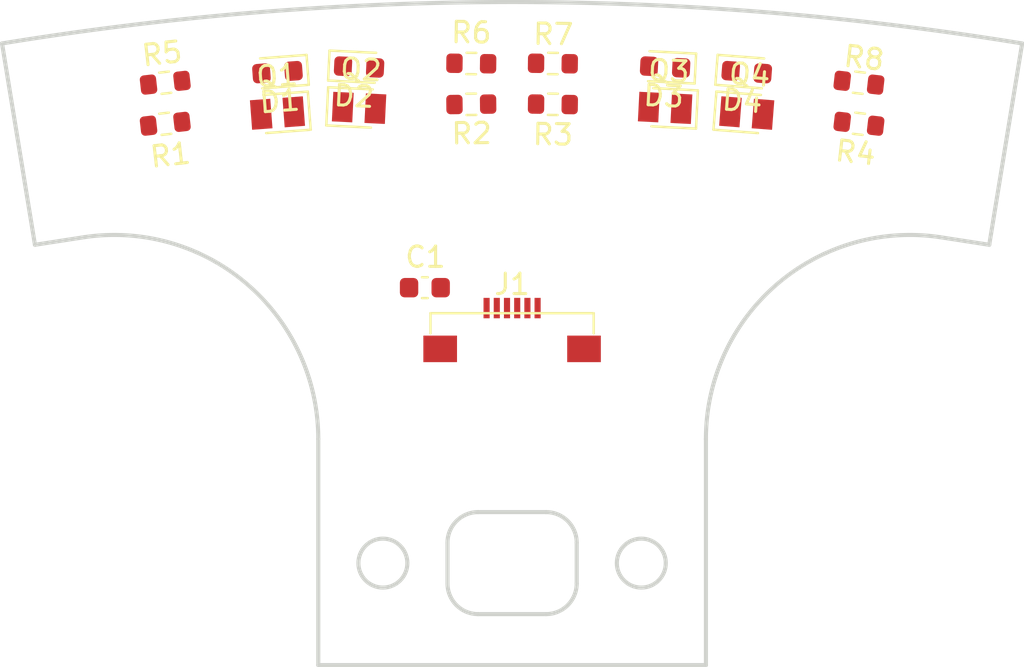
<source format=kicad_pcb>
(kicad_pcb (version 20171130) (host pcbnew "(5.1.10)-1")

  (general
    (thickness 1.6)
    (drawings 20)
    (tracks 0)
    (zones 0)
    (modules 18)
    (nets 11)
  )

  (page A4)
  (layers
    (0 F.Cu signal)
    (31 B.Cu signal)
    (32 B.Adhes user hide)
    (33 F.Adhes user hide)
    (34 B.Paste user)
    (35 F.Paste user)
    (36 B.SilkS user)
    (37 F.SilkS user)
    (38 B.Mask user)
    (39 F.Mask user)
    (40 Dwgs.User user)
    (41 Cmts.User user hide)
    (42 Eco1.User user hide)
    (43 Eco2.User user hide)
    (44 Edge.Cuts user)
    (45 Margin user hide)
    (46 B.CrtYd user hide)
    (47 F.CrtYd user hide)
    (48 B.Fab user hide)
    (49 F.Fab user hide)
  )

  (setup
    (last_trace_width 0.25)
    (user_trace_width 0.3)
    (user_trace_width 0.5)
    (trace_clearance 0.2)
    (zone_clearance 0.508)
    (zone_45_only no)
    (trace_min 0.2)
    (via_size 0.8)
    (via_drill 0.4)
    (via_min_size 0.6)
    (via_min_drill 0.3)
    (uvia_size 0.3)
    (uvia_drill 0.1)
    (uvias_allowed no)
    (uvia_min_size 0.2)
    (uvia_min_drill 0.1)
    (edge_width 0.05)
    (segment_width 0.2)
    (pcb_text_width 0.3)
    (pcb_text_size 1.5 1.5)
    (mod_edge_width 0.12)
    (mod_text_size 1 1)
    (mod_text_width 0.15)
    (pad_size 1.65 1.3)
    (pad_drill 0)
    (pad_to_mask_clearance 0)
    (aux_axis_origin 0 0)
    (visible_elements 7FFFFFFF)
    (pcbplotparams
      (layerselection 0x010fc_ffffffff)
      (usegerberextensions true)
      (usegerberattributes false)
      (usegerberadvancedattributes false)
      (creategerberjobfile false)
      (excludeedgelayer true)
      (linewidth 0.100000)
      (plotframeref false)
      (viasonmask false)
      (mode 1)
      (useauxorigin false)
      (hpglpennumber 1)
      (hpglpenspeed 20)
      (hpglpendiameter 15.000000)
      (psnegative false)
      (psa4output false)
      (plotreference true)
      (plotvalue true)
      (plotinvisibletext false)
      (padsonsilk false)
      (subtractmaskfromsilk true)
      (outputformat 1)
      (mirror false)
      (drillshape 0)
      (scaleselection 1)
      (outputdirectory "Gerber/FrontSensor/"))
  )

  (net 0 "")
  (net 1 +3V3)
  (net 2 GND)
  (net 3 "Net-(D1-Pad2)")
  (net 4 "Net-(D2-Pad2)")
  (net 5 "Net-(D3-Pad2)")
  (net 6 "Net-(D4-Pad2)")
  (net 7 "Net-(J1-Pad2)")
  (net 8 "Net-(J1-Pad3)")
  (net 9 "Net-(J1-Pad4)")
  (net 10 "Net-(J1-Pad5)")

  (net_class Default "This is the default net class."
    (clearance 0.2)
    (trace_width 0.25)
    (via_dia 0.8)
    (via_drill 0.4)
    (uvia_dia 0.3)
    (uvia_drill 0.1)
    (add_net +3V3)
    (add_net GND)
    (add_net "Net-(D1-Pad2)")
    (add_net "Net-(D2-Pad2)")
    (add_net "Net-(D3-Pad2)")
    (add_net "Net-(D4-Pad2)")
    (add_net "Net-(J1-Pad2)")
    (add_net "Net-(J1-Pad3)")
    (add_net "Net-(J1-Pad4)")
    (add_net "Net-(J1-Pad5)")
  )

  (module Capacitor_SMD:C_0603_1608Metric (layer F.Cu) (tedit 5F68FEEE) (tstamp 61FCF3AE)
    (at -4.275 -141 180)
    (descr "Capacitor SMD 0603 (1608 Metric), square (rectangular) end terminal, IPC_7351 nominal, (Body size source: IPC-SM-782 page 76, https://www.pcb-3d.com/wordpress/wp-content/uploads/ipc-sm-782a_amendment_1_and_2.pdf), generated with kicad-footprint-generator")
    (tags capacitor)
    (path /61F65727)
    (attr smd)
    (fp_text reference C1 (at -0.025 1.5) (layer F.SilkS)
      (effects (font (size 1 1) (thickness 0.15)))
    )
    (fp_text value 0.1u (at 0 1.43) (layer F.Fab)
      (effects (font (size 1 1) (thickness 0.15)))
    )
    (fp_line (start 1.48 0.73) (end -1.48 0.73) (layer F.CrtYd) (width 0.05))
    (fp_line (start 1.48 -0.73) (end 1.48 0.73) (layer F.CrtYd) (width 0.05))
    (fp_line (start -1.48 -0.73) (end 1.48 -0.73) (layer F.CrtYd) (width 0.05))
    (fp_line (start -1.48 0.73) (end -1.48 -0.73) (layer F.CrtYd) (width 0.05))
    (fp_line (start -0.14058 0.51) (end 0.14058 0.51) (layer F.SilkS) (width 0.12))
    (fp_line (start -0.14058 -0.51) (end 0.14058 -0.51) (layer F.SilkS) (width 0.12))
    (fp_line (start 0.8 0.4) (end -0.8 0.4) (layer F.Fab) (width 0.1))
    (fp_line (start 0.8 -0.4) (end 0.8 0.4) (layer F.Fab) (width 0.1))
    (fp_line (start -0.8 -0.4) (end 0.8 -0.4) (layer F.Fab) (width 0.1))
    (fp_line (start -0.8 0.4) (end -0.8 -0.4) (layer F.Fab) (width 0.1))
    (fp_text user %R (at 0 0) (layer F.Fab)
      (effects (font (size 0.4 0.4) (thickness 0.06)))
    )
    (pad 2 smd roundrect (at 0.775 0 180) (size 0.9 0.95) (layers F.Cu F.Paste F.Mask) (roundrect_rratio 0.25)
      (net 2 GND))
    (pad 1 smd roundrect (at -0.775 0 180) (size 0.9 0.95) (layers F.Cu F.Paste F.Mask) (roundrect_rratio 0.25)
      (net 1 +3V3))
    (model ${KISYS3DMOD}/Capacitor_SMD.3dshapes/C_0603_1608Metric.wrl
      (at (xyz 0 0 0))
      (scale (xyz 1 1 1))
      (rotate (xyz 0 0 0))
    )
  )

  (module Diode_SMD:D_0603_1608Metric (layer F.Cu) (tedit 5F68FEF0) (tstamp 61F6FE41)
    (at -11.5 -151.564 184.3)
    (descr "Diode SMD 0603 (1608 Metric), square (rectangular) end terminal, IPC_7351 nominal, (Body size source: http://www.tortai-tech.com/upload/download/2011102023233369053.pdf), generated with kicad-footprint-generator")
    (tags diode)
    (path /61F65672)
    (attr smd)
    (fp_text reference D1 (at 0 -1.43 184.3) (layer F.SilkS)
      (effects (font (size 1 1) (thickness 0.15)))
    )
    (fp_text value SIR19-21C/TR8 (at 0 1.43 184.3) (layer F.Fab)
      (effects (font (size 1 1) (thickness 0.15)))
    )
    (fp_line (start 1.48 0.73) (end -1.48 0.73) (layer F.CrtYd) (width 0.05))
    (fp_line (start 1.48 -0.73) (end 1.48 0.73) (layer F.CrtYd) (width 0.05))
    (fp_line (start -1.48 -0.73) (end 1.48 -0.73) (layer F.CrtYd) (width 0.05))
    (fp_line (start -1.48 0.73) (end -1.48 -0.73) (layer F.CrtYd) (width 0.05))
    (fp_line (start -1.485 0.735) (end 0.8 0.735) (layer F.SilkS) (width 0.12))
    (fp_line (start -1.485 -0.735) (end -1.485 0.735) (layer F.SilkS) (width 0.12))
    (fp_line (start 0.8 -0.735) (end -1.485 -0.735) (layer F.SilkS) (width 0.12))
    (fp_line (start 0.8 0.4) (end 0.8 -0.4) (layer F.Fab) (width 0.1))
    (fp_line (start -0.8 0.4) (end 0.8 0.4) (layer F.Fab) (width 0.1))
    (fp_line (start -0.8 -0.1) (end -0.8 0.4) (layer F.Fab) (width 0.1))
    (fp_line (start -0.5 -0.4) (end -0.8 -0.1) (layer F.Fab) (width 0.1))
    (fp_line (start 0.8 -0.4) (end -0.5 -0.4) (layer F.Fab) (width 0.1))
    (fp_text user %R (at 0 0 184.3) (layer F.Fab)
      (effects (font (size 0.4 0.4) (thickness 0.06)))
    )
    (pad 2 smd roundrect (at 0.7875 0 184.3) (size 0.875 0.95) (layers F.Cu F.Paste F.Mask) (roundrect_rratio 0.25)
      (net 3 "Net-(D1-Pad2)"))
    (pad 1 smd roundrect (at -0.7875 0 184.3) (size 0.875 0.95) (layers F.Cu F.Paste F.Mask) (roundrect_rratio 0.25)
      (net 2 GND))
    (model ${KISYS3DMOD}/Diode_SMD.3dshapes/D_0603_1608Metric.wrl
      (at (xyz 0 0 0))
      (scale (xyz 1 1 1))
      (rotate (xyz 0 0 0))
    )
  )

  (module Diode_SMD:D_0603_1608Metric (layer F.Cu) (tedit 5F68FEF0) (tstamp 61F917DA)
    (at -7.5 -151.815 357.2)
    (descr "Diode SMD 0603 (1608 Metric), square (rectangular) end terminal, IPC_7351 nominal, (Body size source: http://www.tortai-tech.com/upload/download/2011102023233369053.pdf), generated with kicad-footprint-generator")
    (tags diode)
    (path /61F6569A)
    (attr smd)
    (fp_text reference D2 (at -0.179602 1.445499 177.2) (layer F.SilkS)
      (effects (font (size 1 1) (thickness 0.15)))
    )
    (fp_text value SIR19-21C/TR8 (at 0 1.43 177.2) (layer F.Fab)
      (effects (font (size 1 1) (thickness 0.15)))
    )
    (fp_line (start 0.8 -0.4) (end -0.5 -0.4) (layer F.Fab) (width 0.1))
    (fp_line (start -0.5 -0.4) (end -0.8 -0.1) (layer F.Fab) (width 0.1))
    (fp_line (start -0.8 -0.1) (end -0.8 0.4) (layer F.Fab) (width 0.1))
    (fp_line (start -0.8 0.4) (end 0.8 0.4) (layer F.Fab) (width 0.1))
    (fp_line (start 0.8 0.4) (end 0.8 -0.4) (layer F.Fab) (width 0.1))
    (fp_line (start 0.8 -0.735) (end -1.485 -0.735) (layer F.SilkS) (width 0.12))
    (fp_line (start -1.485 -0.735) (end -1.485 0.735) (layer F.SilkS) (width 0.12))
    (fp_line (start -1.485 0.735) (end 0.8 0.735) (layer F.SilkS) (width 0.12))
    (fp_line (start -1.48 0.73) (end -1.48 -0.73) (layer F.CrtYd) (width 0.05))
    (fp_line (start -1.48 -0.73) (end 1.48 -0.73) (layer F.CrtYd) (width 0.05))
    (fp_line (start 1.48 -0.73) (end 1.48 0.73) (layer F.CrtYd) (width 0.05))
    (fp_line (start 1.48 0.73) (end -1.48 0.73) (layer F.CrtYd) (width 0.05))
    (fp_text user %R (at 0 0 177.2) (layer F.Fab)
      (effects (font (size 0.4 0.4) (thickness 0.06)))
    )
    (pad 1 smd roundrect (at -0.7875 0 357.2) (size 0.875 0.95) (layers F.Cu F.Paste F.Mask) (roundrect_rratio 0.25)
      (net 2 GND))
    (pad 2 smd roundrect (at 0.7875 0 357.2) (size 0.875 0.95) (layers F.Cu F.Paste F.Mask) (roundrect_rratio 0.25)
      (net 4 "Net-(D2-Pad2)"))
    (model ${KISYS3DMOD}/Diode_SMD.3dshapes/D_0603_1608Metric.wrl
      (at (xyz 0 0 0))
      (scale (xyz 1 1 1))
      (rotate (xyz 0 0 0))
    )
  )

  (module Diode_SMD:D_0603_1608Metric (layer F.Cu) (tedit 5F68FEF0) (tstamp 61F70117)
    (at 7.5 -151.815 177.1)
    (descr "Diode SMD 0603 (1608 Metric), square (rectangular) end terminal, IPC_7351 nominal, (Body size source: http://www.tortai-tech.com/upload/download/2011102023233369053.pdf), generated with kicad-footprint-generator")
    (tags diode)
    (path /61F656C2)
    (attr smd)
    (fp_text reference D3 (at 0 -1.43 357.1) (layer F.SilkS)
      (effects (font (size 1 1) (thickness 0.15)))
    )
    (fp_text value SIR19-21C/TR8 (at 0 1.43 357.1) (layer F.Fab)
      (effects (font (size 1 1) (thickness 0.15)))
    )
    (fp_line (start 1.48 0.73) (end -1.48 0.73) (layer F.CrtYd) (width 0.05))
    (fp_line (start 1.48 -0.73) (end 1.48 0.73) (layer F.CrtYd) (width 0.05))
    (fp_line (start -1.48 -0.73) (end 1.48 -0.73) (layer F.CrtYd) (width 0.05))
    (fp_line (start -1.48 0.73) (end -1.48 -0.73) (layer F.CrtYd) (width 0.05))
    (fp_line (start -1.485 0.735) (end 0.8 0.735) (layer F.SilkS) (width 0.12))
    (fp_line (start -1.485 -0.735) (end -1.485 0.735) (layer F.SilkS) (width 0.12))
    (fp_line (start 0.8 -0.735) (end -1.485 -0.735) (layer F.SilkS) (width 0.12))
    (fp_line (start 0.8 0.4) (end 0.8 -0.4) (layer F.Fab) (width 0.1))
    (fp_line (start -0.8 0.4) (end 0.8 0.4) (layer F.Fab) (width 0.1))
    (fp_line (start -0.8 -0.1) (end -0.8 0.4) (layer F.Fab) (width 0.1))
    (fp_line (start -0.5 -0.4) (end -0.8 -0.1) (layer F.Fab) (width 0.1))
    (fp_line (start 0.8 -0.4) (end -0.5 -0.4) (layer F.Fab) (width 0.1))
    (fp_text user %R (at 0 0 357.1) (layer F.Fab)
      (effects (font (size 0.4 0.4) (thickness 0.06)))
    )
    (pad 2 smd roundrect (at 0.7875 0 177.1) (size 0.875 0.95) (layers F.Cu F.Paste F.Mask) (roundrect_rratio 0.25)
      (net 5 "Net-(D3-Pad2)"))
    (pad 1 smd roundrect (at -0.7875 0 177.1) (size 0.875 0.95) (layers F.Cu F.Paste F.Mask) (roundrect_rratio 0.25)
      (net 2 GND))
    (model ${KISYS3DMOD}/Diode_SMD.3dshapes/D_0603_1608Metric.wrl
      (at (xyz 0 0 0))
      (scale (xyz 1 1 1))
      (rotate (xyz 0 0 0))
    )
  )

  (module Diode_SMD:D_0603_1608Metric (layer F.Cu) (tedit 5F68FEF0) (tstamp 61F70986)
    (at 11.5 -151.564 355.6)
    (descr "Diode SMD 0603 (1608 Metric), square (rectangular) end terminal, IPC_7351 nominal, (Body size source: http://www.tortai-tech.com/upload/download/2011102023233369053.pdf), generated with kicad-footprint-generator")
    (tags diode)
    (path /61F656EA)
    (attr smd)
    (fp_text reference D4 (at -0.110169 1.431768 355.6) (layer F.SilkS)
      (effects (font (size 1 1) (thickness 0.15)))
    )
    (fp_text value SIR19-21C/TR8 (at 0 1.43 355.6) (layer F.Fab)
      (effects (font (size 1 1) (thickness 0.15)))
    )
    (fp_line (start 0.8 -0.4) (end -0.5 -0.4) (layer F.Fab) (width 0.1))
    (fp_line (start -0.5 -0.4) (end -0.8 -0.1) (layer F.Fab) (width 0.1))
    (fp_line (start -0.8 -0.1) (end -0.8 0.4) (layer F.Fab) (width 0.1))
    (fp_line (start -0.8 0.4) (end 0.8 0.4) (layer F.Fab) (width 0.1))
    (fp_line (start 0.8 0.4) (end 0.8 -0.4) (layer F.Fab) (width 0.1))
    (fp_line (start 0.8 -0.735) (end -1.485 -0.735) (layer F.SilkS) (width 0.12))
    (fp_line (start -1.485 -0.735) (end -1.485 0.735) (layer F.SilkS) (width 0.12))
    (fp_line (start -1.485 0.735) (end 0.8 0.735) (layer F.SilkS) (width 0.12))
    (fp_line (start -1.48 0.73) (end -1.48 -0.73) (layer F.CrtYd) (width 0.05))
    (fp_line (start -1.48 -0.73) (end 1.48 -0.73) (layer F.CrtYd) (width 0.05))
    (fp_line (start 1.48 -0.73) (end 1.48 0.73) (layer F.CrtYd) (width 0.05))
    (fp_line (start 1.48 0.73) (end -1.48 0.73) (layer F.CrtYd) (width 0.05))
    (fp_text user %R (at 0 0 355.6) (layer F.Fab)
      (effects (font (size 0.4 0.4) (thickness 0.06)))
    )
    (pad 1 smd roundrect (at -0.7875 0 355.6) (size 0.875 0.95) (layers F.Cu F.Paste F.Mask) (roundrect_rratio 0.25)
      (net 2 GND))
    (pad 2 smd roundrect (at 0.7875 0 355.6) (size 0.875 0.95) (layers F.Cu F.Paste F.Mask) (roundrect_rratio 0.25)
      (net 6 "Net-(D4-Pad2)"))
    (model ${KISYS3DMOD}/Diode_SMD.3dshapes/D_0603_1608Metric.wrl
      (at (xyz 0 0 0))
      (scale (xyz 1 1 1))
      (rotate (xyz 0 0 0))
    )
  )

  (module FFC:Molex_0545480671_01x06_P0.5mm (layer F.Cu) (tedit 61FCF269) (tstamp 61F70047)
    (at 0 -138)
    (path /61F6570C)
    (attr smd)
    (fp_text reference J1 (at 0 -3.16667) (layer F.SilkS)
      (effects (font (size 1 1) (thickness 0.15)))
    )
    (fp_text value FFC6 (at 0 1.583335) (layer F.Fab)
      (effects (font (size 1 1) (thickness 0.15)))
    )
    (fp_line (start -4 -1.75) (end -4 -0.75) (layer F.SilkS) (width 0.12))
    (fp_line (start 4 -1.75) (end -4 -1.75) (layer F.SilkS) (width 0.12))
    (fp_line (start 4 -0.75) (end 4 -1.75) (layer F.SilkS) (width 0.12))
    (pad 6 smd rect (at 1.25 -2 90) (size 1 0.3) (layers F.Cu F.Paste F.Mask)
      (net 2 GND))
    (pad 5 smd rect (at 0.75 -2 90) (size 1 0.3) (layers F.Cu F.Paste F.Mask)
      (net 10 "Net-(J1-Pad5)"))
    (pad 4 smd rect (at 0.25 -2 90) (size 1 0.3) (layers F.Cu F.Paste F.Mask)
      (net 9 "Net-(J1-Pad4)"))
    (pad 3 smd rect (at -0.25 -2 90) (size 1 0.3) (layers F.Cu F.Paste F.Mask)
      (net 8 "Net-(J1-Pad3)"))
    (pad 2 smd rect (at -0.75 -2 90) (size 1 0.3) (layers F.Cu F.Paste F.Mask)
      (net 7 "Net-(J1-Pad2)"))
    (pad 1 smd rect (at -1.25 -2 90) (size 1 0.3) (layers F.Cu F.Paste F.Mask)
      (net 1 +3V3))
    (pad MP smd rect (at 3.525 0) (size 1.65 1.3) (layers F.Cu F.Paste F.Mask)
      (net 2 GND))
    (pad MP smd rect (at -3.525 0) (size 1.65 1.3) (layers F.Cu F.Paste F.Mask)
      (net 2 GND))
  )

  (module TEMT7100X01:TEMT7100X01 (layer F.Cu) (tedit 61E142E7) (tstamp 61F70021)
    (at -11.5 -149.559 4.3)
    (path /61F6566C)
    (attr smd)
    (fp_text reference Q1 (at 0.11366 -1.822653 4.3) (layer F.SilkS)
      (effects (font (size 1 1) (thickness 0.15)))
    )
    (fp_text value TEMT7100X01 (at 0 -1.875 4.3) (layer F.Fab)
      (effects (font (size 1 1) (thickness 0.15)))
    )
    (fp_line (start 1.5625 0.9375) (end -0.625 0.9375) (layer F.SilkS) (width 0.12))
    (fp_line (start 1.5625 -0.9375) (end 1.5625 0.9375) (layer F.SilkS) (width 0.12))
    (fp_line (start -0.625 -0.9375) (end 1.5625 -0.9375) (layer F.SilkS) (width 0.12))
    (fp_line (start -0.82 -0.625) (end -0.82 0.625) (layer F.CrtYd) (width 0.12))
    (fp_line (start -0.82 0.625) (end 0.82 0.625) (layer F.CrtYd) (width 0.12))
    (fp_line (start 0.82 0.625) (end 0.82 -0.625) (layer F.CrtYd) (width 0.12))
    (fp_line (start 0.82 -0.625) (end -0.82 -0.625) (layer F.CrtYd) (width 0.12))
    (pad 1 smd rect (at -0.8 0 4.3) (size 1 1.45) (layers F.Cu F.Paste F.Mask)
      (net 7 "Net-(J1-Pad2)"))
    (pad 2 smd rect (at 0.8 0 4.3) (size 1 1.45) (layers F.Cu F.Paste F.Mask)
      (net 2 GND))
    (model ${GITLOCAL}/module/packages3d/TEMT7100X01.3dshapes/TEMT7100X01.step
      (at (xyz 0 0 0))
      (scale (xyz 1 1 1))
      (rotate (xyz 0 0 0))
    )
  )

  (module TEMT7100X01:TEMT7100X01 (layer F.Cu) (tedit 61E142E7) (tstamp 61F700B7)
    (at -7.5 -149.812 177.2)
    (path /61F65694)
    (attr smd)
    (fp_text reference Q2 (at 0 1.875 177.2) (layer F.SilkS)
      (effects (font (size 1 1) (thickness 0.15)))
    )
    (fp_text value TEMT7100X01 (at 0 -1.875 177.2) (layer F.Fab)
      (effects (font (size 1 1) (thickness 0.15)))
    )
    (fp_line (start 0.82 -0.625) (end -0.82 -0.625) (layer F.CrtYd) (width 0.12))
    (fp_line (start 0.82 0.625) (end 0.82 -0.625) (layer F.CrtYd) (width 0.12))
    (fp_line (start -0.82 0.625) (end 0.82 0.625) (layer F.CrtYd) (width 0.12))
    (fp_line (start -0.82 -0.625) (end -0.82 0.625) (layer F.CrtYd) (width 0.12))
    (fp_line (start -0.625 -0.9375) (end 1.5625 -0.9375) (layer F.SilkS) (width 0.12))
    (fp_line (start 1.5625 -0.9375) (end 1.5625 0.9375) (layer F.SilkS) (width 0.12))
    (fp_line (start 1.5625 0.9375) (end -0.625 0.9375) (layer F.SilkS) (width 0.12))
    (pad 2 smd rect (at 0.8 0 177.2) (size 1 1.45) (layers F.Cu F.Paste F.Mask)
      (net 2 GND))
    (pad 1 smd rect (at -0.8 0 177.2) (size 1 1.45) (layers F.Cu F.Paste F.Mask)
      (net 8 "Net-(J1-Pad3)"))
    (model ${GITLOCAL}/module/packages3d/TEMT7100X01.3dshapes/TEMT7100X01.step
      (at (xyz 0 0 0))
      (scale (xyz 1 1 1))
      (rotate (xyz 0 0 0))
    )
  )

  (module TEMT7100X01:TEMT7100X01 (layer F.Cu) (tedit 61E142E7) (tstamp 61F70093)
    (at 7.5 -149.812 357.1)
    (path /61F656BC)
    (attr smd)
    (fp_text reference Q3 (at 0.091674 -1.809679 177.1) (layer F.SilkS)
      (effects (font (size 1 1) (thickness 0.15)))
    )
    (fp_text value TEMT7100X01 (at 0 -1.875 177.1) (layer F.Fab)
      (effects (font (size 1 1) (thickness 0.15)))
    )
    (fp_line (start 1.5625 0.9375) (end -0.625 0.9375) (layer F.SilkS) (width 0.12))
    (fp_line (start 1.5625 -0.9375) (end 1.5625 0.9375) (layer F.SilkS) (width 0.12))
    (fp_line (start -0.625 -0.9375) (end 1.5625 -0.9375) (layer F.SilkS) (width 0.12))
    (fp_line (start -0.82 -0.625) (end -0.82 0.625) (layer F.CrtYd) (width 0.12))
    (fp_line (start -0.82 0.625) (end 0.82 0.625) (layer F.CrtYd) (width 0.12))
    (fp_line (start 0.82 0.625) (end 0.82 -0.625) (layer F.CrtYd) (width 0.12))
    (fp_line (start 0.82 -0.625) (end -0.82 -0.625) (layer F.CrtYd) (width 0.12))
    (pad 1 smd rect (at -0.8 0 357.1) (size 1 1.45) (layers F.Cu F.Paste F.Mask)
      (net 9 "Net-(J1-Pad4)"))
    (pad 2 smd rect (at 0.8 0 357.1) (size 1 1.45) (layers F.Cu F.Paste F.Mask)
      (net 2 GND))
    (model ${GITLOCAL}/module/packages3d/TEMT7100X01.3dshapes/TEMT7100X01.step
      (at (xyz 0 0 0))
      (scale (xyz 1 1 1))
      (rotate (xyz 0 0 0))
    )
  )

  (module TEMT7100X01:TEMT7100X01 (layer F.Cu) (tedit 61E142E7) (tstamp 61F7006F)
    (at 11.5 -149.559 175.6)
    (path /61F656E4)
    (attr smd)
    (fp_text reference Q4 (at 0 1.875 175.6) (layer F.SilkS)
      (effects (font (size 1 1) (thickness 0.15)))
    )
    (fp_text value TEMT7100X01 (at 0 -1.875 175.6) (layer F.Fab)
      (effects (font (size 1 1) (thickness 0.15)))
    )
    (fp_line (start 0.82 -0.625) (end -0.82 -0.625) (layer F.CrtYd) (width 0.12))
    (fp_line (start 0.82 0.625) (end 0.82 -0.625) (layer F.CrtYd) (width 0.12))
    (fp_line (start -0.82 0.625) (end 0.82 0.625) (layer F.CrtYd) (width 0.12))
    (fp_line (start -0.82 -0.625) (end -0.82 0.625) (layer F.CrtYd) (width 0.12))
    (fp_line (start -0.625 -0.9375) (end 1.5625 -0.9375) (layer F.SilkS) (width 0.12))
    (fp_line (start 1.5625 -0.9375) (end 1.5625 0.9375) (layer F.SilkS) (width 0.12))
    (fp_line (start 1.5625 0.9375) (end -0.625 0.9375) (layer F.SilkS) (width 0.12))
    (pad 2 smd rect (at 0.8 0 175.6) (size 1 1.45) (layers F.Cu F.Paste F.Mask)
      (net 2 GND))
    (pad 1 smd rect (at -0.8 0 175.6) (size 1 1.45) (layers F.Cu F.Paste F.Mask)
      (net 10 "Net-(J1-Pad5)"))
    (model ${GITLOCAL}/module/packages3d/TEMT7100X01.3dshapes/TEMT7100X01.step
      (at (xyz 0 0 0))
      (scale (xyz 1 1 1))
      (rotate (xyz 0 0 0))
    )
  )

  (module Resistor_SMD:R_0603_1608Metric (layer F.Cu) (tedit 5F68FEEE) (tstamp 61F6FF05)
    (at -17 -149.034 6.5)
    (descr "Resistor SMD 0603 (1608 Metric), square (rectangular) end terminal, IPC_7351 nominal, (Body size source: IPC-SM-782 page 72, https://www.pcb-3d.com/wordpress/wp-content/uploads/ipc-sm-782a_amendment_1_and_2.pdf), generated with kicad-footprint-generator")
    (tags resistor)
    (path /61F6573B)
    (attr smd)
    (fp_text reference R1 (at 0.074739 1.55244 6.5) (layer F.SilkS)
      (effects (font (size 1 1) (thickness 0.15)))
    )
    (fp_text value 10k (at 0 1.43 6.5) (layer F.Fab)
      (effects (font (size 1 1) (thickness 0.15)))
    )
    (fp_line (start 1.48 0.73) (end -1.48 0.73) (layer F.CrtYd) (width 0.05))
    (fp_line (start 1.48 -0.73) (end 1.48 0.73) (layer F.CrtYd) (width 0.05))
    (fp_line (start -1.48 -0.73) (end 1.48 -0.73) (layer F.CrtYd) (width 0.05))
    (fp_line (start -1.48 0.73) (end -1.48 -0.73) (layer F.CrtYd) (width 0.05))
    (fp_line (start -0.237258 0.5225) (end 0.237258 0.5225) (layer F.SilkS) (width 0.12))
    (fp_line (start -0.237258 -0.5225) (end 0.237258 -0.5225) (layer F.SilkS) (width 0.12))
    (fp_line (start 0.8 0.4125) (end -0.8 0.4125) (layer F.Fab) (width 0.1))
    (fp_line (start 0.8 -0.4125) (end 0.8 0.4125) (layer F.Fab) (width 0.1))
    (fp_line (start -0.8 -0.4125) (end 0.8 -0.4125) (layer F.Fab) (width 0.1))
    (fp_line (start -0.8 0.4125) (end -0.8 -0.4125) (layer F.Fab) (width 0.1))
    (fp_text user %R (at 0 0 6.5) (layer F.Fab)
      (effects (font (size 0.4 0.4) (thickness 0.06)))
    )
    (pad 2 smd roundrect (at 0.825 0 6.5) (size 0.8 0.95) (layers F.Cu F.Paste F.Mask) (roundrect_rratio 0.25)
      (net 7 "Net-(J1-Pad2)"))
    (pad 1 smd roundrect (at -0.825 0 6.5) (size 0.8 0.95) (layers F.Cu F.Paste F.Mask) (roundrect_rratio 0.25)
      (net 1 +3V3))
    (model ${KISYS3DMOD}/Resistor_SMD.3dshapes/R_0603_1608Metric.wrl
      (at (xyz 0 0 0))
      (scale (xyz 1 1 1))
      (rotate (xyz 0 0 0))
    )
  )

  (module Resistor_SMD:R_0603_1608Metric (layer F.Cu) (tedit 5F68FEEE) (tstamp 61F6FED5)
    (at -2 -149.987 180.7)
    (descr "Resistor SMD 0603 (1608 Metric), square (rectangular) end terminal, IPC_7351 nominal, (Body size source: IPC-SM-782 page 72, https://www.pcb-3d.com/wordpress/wp-content/uploads/ipc-sm-782a_amendment_1_and_2.pdf), generated with kicad-footprint-generator")
    (tags resistor)
    (path /61F6574A)
    (attr smd)
    (fp_text reference R2 (at 0 -1.43 0.7) (layer F.SilkS)
      (effects (font (size 1 1) (thickness 0.15)))
    )
    (fp_text value 10k (at 0 1.43 0.7) (layer F.Fab)
      (effects (font (size 1 1) (thickness 0.15)))
    )
    (fp_line (start 1.48 0.73) (end -1.48 0.73) (layer F.CrtYd) (width 0.05))
    (fp_line (start 1.48 -0.73) (end 1.48 0.73) (layer F.CrtYd) (width 0.05))
    (fp_line (start -1.48 -0.73) (end 1.48 -0.73) (layer F.CrtYd) (width 0.05))
    (fp_line (start -1.48 0.73) (end -1.48 -0.73) (layer F.CrtYd) (width 0.05))
    (fp_line (start -0.237258 0.5225) (end 0.237258 0.5225) (layer F.SilkS) (width 0.12))
    (fp_line (start -0.237258 -0.5225) (end 0.237258 -0.5225) (layer F.SilkS) (width 0.12))
    (fp_line (start 0.8 0.4125) (end -0.8 0.4125) (layer F.Fab) (width 0.1))
    (fp_line (start 0.8 -0.4125) (end 0.8 0.4125) (layer F.Fab) (width 0.1))
    (fp_line (start -0.8 -0.4125) (end 0.8 -0.4125) (layer F.Fab) (width 0.1))
    (fp_line (start -0.8 0.4125) (end -0.8 -0.4125) (layer F.Fab) (width 0.1))
    (fp_text user %R (at 0 0 0.7) (layer F.Fab)
      (effects (font (size 0.4 0.4) (thickness 0.06)))
    )
    (pad 2 smd roundrect (at 0.825 0 180.7) (size 0.8 0.95) (layers F.Cu F.Paste F.Mask) (roundrect_rratio 0.25)
      (net 8 "Net-(J1-Pad3)"))
    (pad 1 smd roundrect (at -0.825 0 180.7) (size 0.8 0.95) (layers F.Cu F.Paste F.Mask) (roundrect_rratio 0.25)
      (net 1 +3V3))
    (model ${KISYS3DMOD}/Resistor_SMD.3dshapes/R_0603_1608Metric.wrl
      (at (xyz 0 0 0))
      (scale (xyz 1 1 1))
      (rotate (xyz 0 0 0))
    )
  )

  (module Resistor_SMD:R_0603_1608Metric (layer F.Cu) (tedit 5F68FEEE) (tstamp 61F70A2C)
    (at 2 -149.987 359.2)
    (descr "Resistor SMD 0603 (1608 Metric), square (rectangular) end terminal, IPC_7351 nominal, (Body size source: IPC-SM-782 page 72, https://www.pcb-3d.com/wordpress/wp-content/uploads/ipc-sm-782a_amendment_1_and_2.pdf), generated with kicad-footprint-generator")
    (tags resistor)
    (path /61F65757)
    (attr smd)
    (fp_text reference R3 (at 0.020762 1.486855 179.2) (layer F.SilkS)
      (effects (font (size 1 1) (thickness 0.15)))
    )
    (fp_text value 10k (at 0 1.43 179.2) (layer F.Fab)
      (effects (font (size 1 1) (thickness 0.15)))
    )
    (fp_line (start -0.8 0.4125) (end -0.8 -0.4125) (layer F.Fab) (width 0.1))
    (fp_line (start -0.8 -0.4125) (end 0.8 -0.4125) (layer F.Fab) (width 0.1))
    (fp_line (start 0.8 -0.4125) (end 0.8 0.4125) (layer F.Fab) (width 0.1))
    (fp_line (start 0.8 0.4125) (end -0.8 0.4125) (layer F.Fab) (width 0.1))
    (fp_line (start -0.237258 -0.5225) (end 0.237258 -0.5225) (layer F.SilkS) (width 0.12))
    (fp_line (start -0.237258 0.5225) (end 0.237258 0.5225) (layer F.SilkS) (width 0.12))
    (fp_line (start -1.48 0.73) (end -1.48 -0.73) (layer F.CrtYd) (width 0.05))
    (fp_line (start -1.48 -0.73) (end 1.48 -0.73) (layer F.CrtYd) (width 0.05))
    (fp_line (start 1.48 -0.73) (end 1.48 0.73) (layer F.CrtYd) (width 0.05))
    (fp_line (start 1.48 0.73) (end -1.48 0.73) (layer F.CrtYd) (width 0.05))
    (fp_text user %R (at 0 0 179.2) (layer F.Fab)
      (effects (font (size 0.4 0.4) (thickness 0.06)))
    )
    (pad 1 smd roundrect (at -0.825 0 359.2) (size 0.8 0.95) (layers F.Cu F.Paste F.Mask) (roundrect_rratio 0.25)
      (net 1 +3V3))
    (pad 2 smd roundrect (at 0.825 0 359.2) (size 0.8 0.95) (layers F.Cu F.Paste F.Mask) (roundrect_rratio 0.25)
      (net 9 "Net-(J1-Pad4)"))
    (model ${KISYS3DMOD}/Resistor_SMD.3dshapes/R_0603_1608Metric.wrl
      (at (xyz 0 0 0))
      (scale (xyz 1 1 1))
      (rotate (xyz 0 0 0))
    )
  )

  (module Resistor_SMD:R_0603_1608Metric (layer F.Cu) (tedit 5F68FEEE) (tstamp 61F6FF35)
    (at 17 -149.034 173.4)
    (descr "Resistor SMD 0603 (1608 Metric), square (rectangular) end terminal, IPC_7351 nominal, (Body size source: IPC-SM-782 page 72, https://www.pcb-3d.com/wordpress/wp-content/uploads/ipc-sm-782a_amendment_1_and_2.pdf), generated with kicad-footprint-generator")
    (tags resistor)
    (path /61F65764)
    (attr smd)
    (fp_text reference R4 (at 0 -1.43 173.4) (layer F.SilkS)
      (effects (font (size 1 1) (thickness 0.15)))
    )
    (fp_text value 10k (at 0 1.43 173.4) (layer F.Fab)
      (effects (font (size 1 1) (thickness 0.15)))
    )
    (fp_line (start 1.48 0.73) (end -1.48 0.73) (layer F.CrtYd) (width 0.05))
    (fp_line (start 1.48 -0.73) (end 1.48 0.73) (layer F.CrtYd) (width 0.05))
    (fp_line (start -1.48 -0.73) (end 1.48 -0.73) (layer F.CrtYd) (width 0.05))
    (fp_line (start -1.48 0.73) (end -1.48 -0.73) (layer F.CrtYd) (width 0.05))
    (fp_line (start -0.237258 0.5225) (end 0.237258 0.5225) (layer F.SilkS) (width 0.12))
    (fp_line (start -0.237258 -0.5225) (end 0.237258 -0.5225) (layer F.SilkS) (width 0.12))
    (fp_line (start 0.8 0.4125) (end -0.8 0.4125) (layer F.Fab) (width 0.1))
    (fp_line (start 0.8 -0.4125) (end 0.8 0.4125) (layer F.Fab) (width 0.1))
    (fp_line (start -0.8 -0.4125) (end 0.8 -0.4125) (layer F.Fab) (width 0.1))
    (fp_line (start -0.8 0.4125) (end -0.8 -0.4125) (layer F.Fab) (width 0.1))
    (fp_text user %R (at 0 0 173.4) (layer F.Fab)
      (effects (font (size 0.4 0.4) (thickness 0.06)))
    )
    (pad 2 smd roundrect (at 0.825 0 173.4) (size 0.8 0.95) (layers F.Cu F.Paste F.Mask) (roundrect_rratio 0.25)
      (net 10 "Net-(J1-Pad5)"))
    (pad 1 smd roundrect (at -0.825 0 173.4) (size 0.8 0.95) (layers F.Cu F.Paste F.Mask) (roundrect_rratio 0.25)
      (net 1 +3V3))
    (model ${KISYS3DMOD}/Resistor_SMD.3dshapes/R_0603_1608Metric.wrl
      (at (xyz 0 0 0))
      (scale (xyz 1 1 1))
      (rotate (xyz 0 0 0))
    )
  )

  (module Resistor_SMD:R_0603_1608Metric (layer F.Cu) (tedit 5F68FEEE) (tstamp 61F6FE75)
    (at -17 -151.046 6.4)
    (descr "Resistor SMD 0603 (1608 Metric), square (rectangular) end terminal, IPC_7351 nominal, (Body size source: IPC-SM-782 page 72, https://www.pcb-3d.com/wordpress/wp-content/uploads/ipc-sm-782a_amendment_1_and_2.pdf), generated with kicad-footprint-generator")
    (tags resistor)
    (path /61F6567E)
    (attr smd)
    (fp_text reference R5 (at 0 -1.43 6.4) (layer F.SilkS)
      (effects (font (size 1 1) (thickness 0.15)))
    )
    (fp_text value 100 (at 0 1.43 6.4) (layer F.Fab)
      (effects (font (size 1 1) (thickness 0.15)))
    )
    (fp_line (start 1.48 0.73) (end -1.48 0.73) (layer F.CrtYd) (width 0.05))
    (fp_line (start 1.48 -0.73) (end 1.48 0.73) (layer F.CrtYd) (width 0.05))
    (fp_line (start -1.48 -0.73) (end 1.48 -0.73) (layer F.CrtYd) (width 0.05))
    (fp_line (start -1.48 0.73) (end -1.48 -0.73) (layer F.CrtYd) (width 0.05))
    (fp_line (start -0.237258 0.5225) (end 0.237258 0.5225) (layer F.SilkS) (width 0.12))
    (fp_line (start -0.237258 -0.5225) (end 0.237258 -0.5225) (layer F.SilkS) (width 0.12))
    (fp_line (start 0.8 0.4125) (end -0.8 0.4125) (layer F.Fab) (width 0.1))
    (fp_line (start 0.8 -0.4125) (end 0.8 0.4125) (layer F.Fab) (width 0.1))
    (fp_line (start -0.8 -0.4125) (end 0.8 -0.4125) (layer F.Fab) (width 0.1))
    (fp_line (start -0.8 0.4125) (end -0.8 -0.4125) (layer F.Fab) (width 0.1))
    (fp_text user %R (at 0 0 6.4) (layer F.Fab)
      (effects (font (size 0.4 0.4) (thickness 0.06)))
    )
    (pad 2 smd roundrect (at 0.825 0 6.4) (size 0.8 0.95) (layers F.Cu F.Paste F.Mask) (roundrect_rratio 0.25)
      (net 3 "Net-(D1-Pad2)"))
    (pad 1 smd roundrect (at -0.825 0 6.4) (size 0.8 0.95) (layers F.Cu F.Paste F.Mask) (roundrect_rratio 0.25)
      (net 1 +3V3))
    (model ${KISYS3DMOD}/Resistor_SMD.3dshapes/R_0603_1608Metric.wrl
      (at (xyz 0 0 0))
      (scale (xyz 1 1 1))
      (rotate (xyz 0 0 0))
    )
  )

  (module Resistor_SMD:R_0603_1608Metric (layer F.Cu) (tedit 5F68FEEE) (tstamp 61F6FEA5)
    (at -2 -151.987 179.2)
    (descr "Resistor SMD 0603 (1608 Metric), square (rectangular) end terminal, IPC_7351 nominal, (Body size source: IPC-SM-782 page 72, https://www.pcb-3d.com/wordpress/wp-content/uploads/ipc-sm-782a_amendment_1_and_2.pdf), generated with kicad-footprint-generator")
    (tags resistor)
    (path /61F656A6)
    (attr smd)
    (fp_text reference R6 (at 0.021125 1.512853 179.2) (layer F.SilkS)
      (effects (font (size 1 1) (thickness 0.15)))
    )
    (fp_text value 100 (at 0 1.43 179.2) (layer F.Fab)
      (effects (font (size 1 1) (thickness 0.15)))
    )
    (fp_line (start -0.8 0.4125) (end -0.8 -0.4125) (layer F.Fab) (width 0.1))
    (fp_line (start -0.8 -0.4125) (end 0.8 -0.4125) (layer F.Fab) (width 0.1))
    (fp_line (start 0.8 -0.4125) (end 0.8 0.4125) (layer F.Fab) (width 0.1))
    (fp_line (start 0.8 0.4125) (end -0.8 0.4125) (layer F.Fab) (width 0.1))
    (fp_line (start -0.237258 -0.5225) (end 0.237258 -0.5225) (layer F.SilkS) (width 0.12))
    (fp_line (start -0.237258 0.5225) (end 0.237258 0.5225) (layer F.SilkS) (width 0.12))
    (fp_line (start -1.48 0.73) (end -1.48 -0.73) (layer F.CrtYd) (width 0.05))
    (fp_line (start -1.48 -0.73) (end 1.48 -0.73) (layer F.CrtYd) (width 0.05))
    (fp_line (start 1.48 -0.73) (end 1.48 0.73) (layer F.CrtYd) (width 0.05))
    (fp_line (start 1.48 0.73) (end -1.48 0.73) (layer F.CrtYd) (width 0.05))
    (fp_text user %R (at 0 0 179.2) (layer F.Fab)
      (effects (font (size 0.4 0.4) (thickness 0.06)))
    )
    (pad 1 smd roundrect (at -0.825 0 179.2) (size 0.8 0.95) (layers F.Cu F.Paste F.Mask) (roundrect_rratio 0.25)
      (net 1 +3V3))
    (pad 2 smd roundrect (at 0.825 0 179.2) (size 0.8 0.95) (layers F.Cu F.Paste F.Mask) (roundrect_rratio 0.25)
      (net 4 "Net-(D2-Pad2)"))
    (model ${KISYS3DMOD}/Resistor_SMD.3dshapes/R_0603_1608Metric.wrl
      (at (xyz 0 0 0))
      (scale (xyz 1 1 1))
      (rotate (xyz 0 0 0))
    )
  )

  (module Resistor_SMD:R_0603_1608Metric (layer F.Cu) (tedit 5F68FEEE) (tstamp 61F6FF65)
    (at 2 -151.987 359.2)
    (descr "Resistor SMD 0603 (1608 Metric), square (rectangular) end terminal, IPC_7351 nominal, (Body size source: IPC-SM-782 page 72, https://www.pcb-3d.com/wordpress/wp-content/uploads/ipc-sm-782a_amendment_1_and_2.pdf), generated with kicad-footprint-generator")
    (tags resistor)
    (path /61F656CE)
    (attr smd)
    (fp_text reference R7 (at 0 -1.43 179.2) (layer F.SilkS)
      (effects (font (size 1 1) (thickness 0.15)))
    )
    (fp_text value 100 (at 0 1.43 179.2) (layer F.Fab)
      (effects (font (size 1 1) (thickness 0.15)))
    )
    (fp_line (start 1.48 0.73) (end -1.48 0.73) (layer F.CrtYd) (width 0.05))
    (fp_line (start 1.48 -0.73) (end 1.48 0.73) (layer F.CrtYd) (width 0.05))
    (fp_line (start -1.48 -0.73) (end 1.48 -0.73) (layer F.CrtYd) (width 0.05))
    (fp_line (start -1.48 0.73) (end -1.48 -0.73) (layer F.CrtYd) (width 0.05))
    (fp_line (start -0.237258 0.5225) (end 0.237258 0.5225) (layer F.SilkS) (width 0.12))
    (fp_line (start -0.237258 -0.5225) (end 0.237258 -0.5225) (layer F.SilkS) (width 0.12))
    (fp_line (start 0.8 0.4125) (end -0.8 0.4125) (layer F.Fab) (width 0.1))
    (fp_line (start 0.8 -0.4125) (end 0.8 0.4125) (layer F.Fab) (width 0.1))
    (fp_line (start -0.8 -0.4125) (end 0.8 -0.4125) (layer F.Fab) (width 0.1))
    (fp_line (start -0.8 0.4125) (end -0.8 -0.4125) (layer F.Fab) (width 0.1))
    (fp_text user %R (at 0 0 179.2) (layer F.Fab)
      (effects (font (size 0.4 0.4) (thickness 0.06)))
    )
    (pad 2 smd roundrect (at 0.825 0 359.2) (size 0.8 0.95) (layers F.Cu F.Paste F.Mask) (roundrect_rratio 0.25)
      (net 5 "Net-(D3-Pad2)"))
    (pad 1 smd roundrect (at -0.825 0 359.2) (size 0.8 0.95) (layers F.Cu F.Paste F.Mask) (roundrect_rratio 0.25)
      (net 1 +3V3))
    (model ${KISYS3DMOD}/Resistor_SMD.3dshapes/R_0603_1608Metric.wrl
      (at (xyz 0 0 0))
      (scale (xyz 1 1 1))
      (rotate (xyz 0 0 0))
    )
  )

  (module Resistor_SMD:R_0603_1608Metric (layer F.Cu) (tedit 5F68FEEE) (tstamp 61F6FF95)
    (at 17 -151.046 173.5)
    (descr "Resistor SMD 0603 (1608 Metric), square (rectangular) end terminal, IPC_7351 nominal, (Body size source: IPC-SM-782 page 72, https://www.pcb-3d.com/wordpress/wp-content/uploads/ipc-sm-782a_amendment_1_and_2.pdf), generated with kicad-footprint-generator")
    (tags resistor)
    (path /61F656F6)
    (attr smd)
    (fp_text reference R8 (at -0.112096 1.224561 173.5) (layer F.SilkS)
      (effects (font (size 1 1) (thickness 0.15)))
    )
    (fp_text value 100 (at 0 1.43 173.5) (layer F.Fab)
      (effects (font (size 1 1) (thickness 0.15)))
    )
    (fp_line (start -0.8 0.4125) (end -0.8 -0.4125) (layer F.Fab) (width 0.1))
    (fp_line (start -0.8 -0.4125) (end 0.8 -0.4125) (layer F.Fab) (width 0.1))
    (fp_line (start 0.8 -0.4125) (end 0.8 0.4125) (layer F.Fab) (width 0.1))
    (fp_line (start 0.8 0.4125) (end -0.8 0.4125) (layer F.Fab) (width 0.1))
    (fp_line (start -0.237258 -0.5225) (end 0.237258 -0.5225) (layer F.SilkS) (width 0.12))
    (fp_line (start -0.237258 0.5225) (end 0.237258 0.5225) (layer F.SilkS) (width 0.12))
    (fp_line (start -1.48 0.73) (end -1.48 -0.73) (layer F.CrtYd) (width 0.05))
    (fp_line (start -1.48 -0.73) (end 1.48 -0.73) (layer F.CrtYd) (width 0.05))
    (fp_line (start 1.48 -0.73) (end 1.48 0.73) (layer F.CrtYd) (width 0.05))
    (fp_line (start 1.48 0.73) (end -1.48 0.73) (layer F.CrtYd) (width 0.05))
    (fp_text user %R (at 0 0 173.5) (layer F.Fab)
      (effects (font (size 0.4 0.4) (thickness 0.06)))
    )
    (pad 1 smd roundrect (at -0.825 0 173.5) (size 0.8 0.95) (layers F.Cu F.Paste F.Mask) (roundrect_rratio 0.25)
      (net 1 +3V3))
    (pad 2 smd roundrect (at 0.825 0 173.5) (size 0.8 0.95) (layers F.Cu F.Paste F.Mask) (roundrect_rratio 0.25)
      (net 6 "Net-(D4-Pad2)"))
    (model ${KISYS3DMOD}/Resistor_SMD.3dshapes/R_0603_1608Metric.wrl
      (at (xyz 0 0 0))
      (scale (xyz 1 1 1))
      (rotate (xyz 0 0 0))
    )
  )

  (gr_circle (center -6.333333 -127.5) (end -5.133333 -127.5) (layer Edge.Cuts) (width 0.2))
  (gr_circle (center 6.333333 -127.5) (end 7.533333 -127.5) (layer Edge.Cuts) (width 0.2))
  (gr_arc (start 1.666666 -126.5) (end 1.666666 -125) (angle -90) (layer Edge.Cuts) (width 0.2))
  (gr_line (start 3.166666 -128.5) (end 3.166666 -126.5) (layer Edge.Cuts) (width 0.2))
  (gr_arc (start 1.666666 -128.5) (end 3.166666 -128.5) (angle -90) (layer Edge.Cuts) (width 0.2))
  (gr_line (start -1.666666 -130) (end 1.666666 -130) (layer Edge.Cuts) (width 0.2))
  (gr_arc (start -1.666666 -128.5) (end -1.666666 -130) (angle -90) (layer Edge.Cuts) (width 0.2))
  (gr_line (start -3.166666 -126.5) (end -3.166666 -128.5) (layer Edge.Cuts) (width 0.2))
  (gr_arc (start -1.666666 -126.5) (end -3.166666 -126.5) (angle -90) (layer Edge.Cuts) (width 0.2))
  (gr_line (start 1.666666 -125) (end -1.666666 -125) (layer Edge.Cuts) (width 0.2))
  (gr_line (start -9.5 -122.5) (end 9.499999 -122.5) (layer Edge.Cuts) (width 0.2))
  (gr_line (start -9.5 -133.584243) (end -9.5 -122.5) (layer Edge.Cuts) (width 0.2))
  (gr_arc (start -19.5 -133.584243) (end -9.5 -133.584243) (angle -98.30510953) (layer Edge.Cuts) (width 0.2))
  (gr_line (start -23.387096 -143.101515) (end -20.944444 -143.479372) (layer Edge.Cuts) (width 0.2))
  (gr_line (start -25 -152.970585) (end -23.387096 -143.101515) (layer Edge.Cuts) (width 0.2))
  (gr_arc (start 0 0) (end 24.999999 -152.970585) (angle -18.56359817) (layer Edge.Cuts) (width 0.2))
  (gr_line (start 23.387096 -143.101515) (end 24.999999 -152.970585) (layer Edge.Cuts) (width 0.2))
  (gr_line (start 20.944444 -143.479372) (end 23.387096 -143.101515) (layer Edge.Cuts) (width 0.2))
  (gr_arc (start 19.5 -133.584243) (end 20.944444 -143.479372) (angle -98.30510953) (layer Edge.Cuts) (width 0.2))
  (gr_line (start 9.499999 -122.5) (end 9.499999 -133.584243) (layer Edge.Cuts) (width 0.2))

)

</source>
